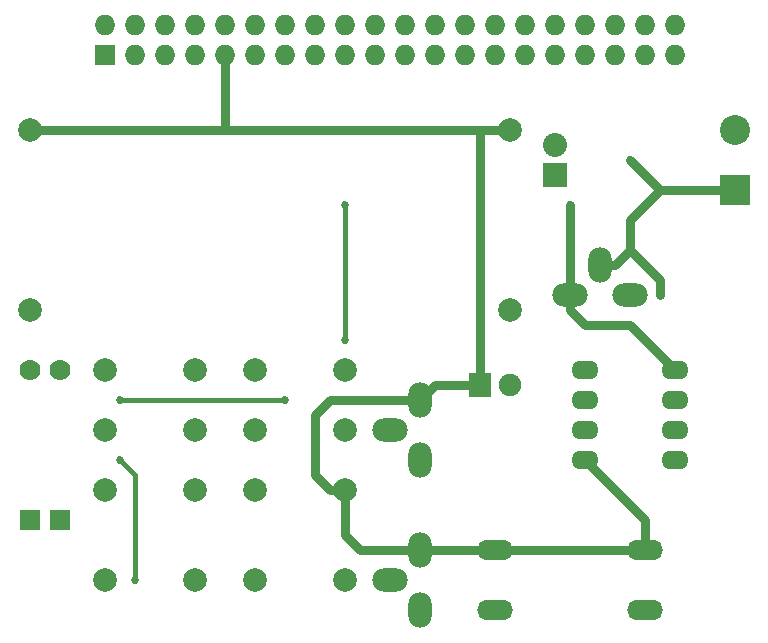
<source format=gbr>
G04 #@! TF.FileFunction,Copper,L2,Bot,Signal*
%FSLAX46Y46*%
G04 Gerber Fmt 4.6, Leading zero omitted, Abs format (unit mm)*
G04 Created by KiCad (PCBNEW 4.0.4+e1-6308~48~ubuntu16.04.1-stable) date Fri Sep  9 22:58:31 2016*
%MOMM*%
%LPD*%
G01*
G04 APERTURE LIST*
%ADD10C,0.100000*%
%ADD11R,1.727200X1.727200*%
%ADD12O,1.727200X1.727200*%
%ADD13C,2.000000*%
%ADD14R,1.900000X2.000000*%
%ADD15C,1.900000*%
%ADD16C,1.778000*%
%ADD17R,1.778000X1.778000*%
%ADD18O,2.300000X1.600000*%
%ADD19R,2.032000X2.032000*%
%ADD20O,2.032000X2.032000*%
%ADD21R,2.540000X2.540000*%
%ADD22C,2.540000*%
%ADD23O,2.999740X1.998980*%
%ADD24O,1.998980X2.999740*%
%ADD25O,3.048000X1.727200*%
%ADD26C,0.685800*%
%ADD27C,0.762000*%
%ADD28C,0.381000*%
G04 APERTURE END LIST*
D10*
D11*
X46990000Y-45720000D03*
D12*
X46990000Y-43180000D03*
X49530000Y-45720000D03*
X49530000Y-43180000D03*
X52070000Y-45720000D03*
X52070000Y-43180000D03*
X54610000Y-45720000D03*
X54610000Y-43180000D03*
X57150000Y-45720000D03*
X57150000Y-43180000D03*
X59690000Y-45720000D03*
X59690000Y-43180000D03*
X62230000Y-45720000D03*
X62230000Y-43180000D03*
X64770000Y-45720000D03*
X64770000Y-43180000D03*
X67310000Y-45720000D03*
X67310000Y-43180000D03*
X69850000Y-45720000D03*
X69850000Y-43180000D03*
X72390000Y-45720000D03*
X72390000Y-43180000D03*
X74930000Y-45720000D03*
X74930000Y-43180000D03*
X77470000Y-45720000D03*
X77470000Y-43180000D03*
X80010000Y-45720000D03*
X80010000Y-43180000D03*
X82550000Y-45720000D03*
X82550000Y-43180000D03*
X85090000Y-45720000D03*
X85090000Y-43180000D03*
X87630000Y-45720000D03*
X87630000Y-43180000D03*
X90170000Y-45720000D03*
X90170000Y-43180000D03*
X92710000Y-45720000D03*
X92710000Y-43180000D03*
X95250000Y-45720000D03*
X95250000Y-43180000D03*
D13*
X40640000Y-67310000D03*
X81280000Y-67310000D03*
X40640000Y-52070000D03*
X81280000Y-52070000D03*
D14*
X78740000Y-73660000D03*
D15*
X81280000Y-73660000D03*
D16*
X40640000Y-72390000D03*
D17*
X40640000Y-85090000D03*
D16*
X43180000Y-72390000D03*
D17*
X43180000Y-85090000D03*
D18*
X87630000Y-72390000D03*
X87630000Y-74930000D03*
X87630000Y-77470000D03*
X87630000Y-80010000D03*
X95250000Y-80010000D03*
X95250000Y-77470000D03*
X95250000Y-74930000D03*
X95250000Y-72390000D03*
D19*
X85090000Y-55880000D03*
D20*
X85090000Y-53340000D03*
D21*
X100330000Y-57150000D03*
D22*
X100330000Y-52070000D03*
D23*
X71120000Y-90170000D03*
D24*
X73660000Y-92710000D03*
X73660000Y-87630000D03*
D23*
X71120000Y-77470000D03*
D24*
X73660000Y-80010000D03*
X73660000Y-74930000D03*
D13*
X54610000Y-72390000D03*
X54610000Y-77470000D03*
X54610000Y-82550000D03*
X46990000Y-72390000D03*
X46990000Y-77470000D03*
X46990000Y-82550000D03*
X46990000Y-90170000D03*
X54610000Y-90170000D03*
X67310000Y-72390000D03*
X67310000Y-77470000D03*
X67310000Y-82550000D03*
X59690000Y-72390000D03*
X59690000Y-77470000D03*
X59690000Y-82550000D03*
X59690000Y-90170000D03*
X67310000Y-90170000D03*
D25*
X92710000Y-87630000D03*
X92710000Y-92710000D03*
X80010000Y-87630000D03*
X80010000Y-92710000D03*
D24*
X88900000Y-63500000D03*
D23*
X86360000Y-66040000D03*
X91440000Y-66040000D03*
D26*
X93980000Y-66040000D03*
X91440000Y-54610000D03*
X86360000Y-58420000D03*
X49530000Y-90170000D03*
X48260000Y-80010000D03*
X62230000Y-74930000D03*
X48260000Y-74930000D03*
X67310000Y-58420000D03*
X67310000Y-69850000D03*
D27*
X67310000Y-82550000D02*
X66040000Y-82550000D01*
X66040000Y-74930000D02*
X73660000Y-74930000D01*
X64770000Y-76200000D02*
X66040000Y-74930000D01*
X64770000Y-81280000D02*
X64770000Y-76200000D01*
X66040000Y-82550000D02*
X64770000Y-81280000D01*
X73660000Y-74930000D02*
X74930000Y-73660000D01*
X74930000Y-73660000D02*
X78740000Y-73660000D01*
X78740000Y-73660000D02*
X78740000Y-52070000D01*
X67310000Y-82550000D02*
X67310000Y-86360000D01*
X68580000Y-87630000D02*
X73660000Y-87630000D01*
X67310000Y-86360000D02*
X68580000Y-87630000D01*
X73660000Y-87630000D02*
X80010000Y-87630000D01*
X80010000Y-87630000D02*
X92710000Y-87630000D01*
X92710000Y-87630000D02*
X92710000Y-85090000D01*
X92710000Y-85090000D02*
X87630000Y-80010000D01*
X57150000Y-45720000D02*
X57150000Y-52070000D01*
X40640000Y-52070000D02*
X57150000Y-52070000D01*
X57150000Y-52070000D02*
X78740000Y-52070000D01*
X78740000Y-52070000D02*
X81280000Y-52070000D01*
X93980000Y-64770000D02*
X91440000Y-62230000D01*
X93980000Y-66040000D02*
X93980000Y-64770000D01*
X93980000Y-57150000D02*
X91440000Y-59690000D01*
X90170000Y-63500000D02*
X88900000Y-63500000D01*
X91440000Y-62230000D02*
X90170000Y-63500000D01*
X91440000Y-59690000D02*
X91440000Y-62230000D01*
X100330000Y-57150000D02*
X93980000Y-57150000D01*
X93980000Y-57150000D02*
X91440000Y-54610000D01*
X86360000Y-66040000D02*
X86360000Y-67310000D01*
X91440000Y-68580000D02*
X95250000Y-72390000D01*
X87630000Y-68580000D02*
X91440000Y-68580000D01*
X86360000Y-67310000D02*
X87630000Y-68580000D01*
X86360000Y-66040000D02*
X86360000Y-58420000D01*
D28*
X49530000Y-81280000D02*
X49530000Y-90170000D01*
X48260000Y-80010000D02*
X49530000Y-81280000D01*
X48260000Y-74930000D02*
X62230000Y-74930000D01*
X67310000Y-69850000D02*
X67310000Y-58420000D01*
M02*

</source>
